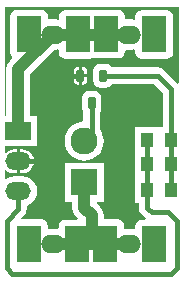
<source format=gtl>
%FSTAX24Y24*%
%MOIN*%
G70*
G01*
G75*
G04 Layer_Physical_Order=1*
G04 Layer_Color=255*
%ADD10R,0.0394X0.0500*%
G04:AMPARAMS|DCode=11|XSize=23.6mil|YSize=39.4mil|CornerRadius=3mil|HoleSize=0mil|Usage=FLASHONLY|Rotation=180.000|XOffset=0mil|YOffset=0mil|HoleType=Round|Shape=RoundedRectangle|*
%AMROUNDEDRECTD11*
21,1,0.0236,0.0335,0,0,180.0*
21,1,0.0177,0.0394,0,0,180.0*
1,1,0.0059,-0.0089,0.0167*
1,1,0.0059,0.0089,0.0167*
1,1,0.0059,0.0089,-0.0167*
1,1,0.0059,-0.0089,-0.0167*
%
%ADD11ROUNDEDRECTD11*%
%ADD12C,0.0400*%
%ADD13C,0.0160*%
%ADD14R,0.0846X0.1211*%
%ADD15O,0.0800X0.0600*%
%ADD16R,0.0902X0.0902*%
%ADD17C,0.0902*%
%ADD18O,0.0850X0.0600*%
%ADD19R,0.0850X0.0600*%
G36*
X040456Y019954D02*
X040409Y019938D01*
X0404Y01995D01*
X039947Y020402D01*
X039888Y020447D01*
X03984Y020467D01*
X03982Y020476D01*
X039747Y020485D01*
X038212D01*
X038178Y020536D01*
X038102Y020586D01*
X038013Y020604D01*
X037835D01*
X037746Y020586D01*
X03767Y020536D01*
X037619Y02046D01*
X037601Y02037D01*
Y020035D01*
X037619Y019946D01*
X03767Y01987D01*
X037746Y019819D01*
X037835Y019801D01*
X038013D01*
X038102Y019819D01*
X038178Y01987D01*
X038212Y01992D01*
X03963D01*
X039918Y019633D01*
Y0185D01*
X039803D01*
D01*
D01*
X039803Y0185D01*
X039797D01*
Y0185D01*
X039003D01*
Y0176D01*
Y0168D01*
Y01595D01*
X039118D01*
Y0158D01*
X039127Y015727D01*
X039135Y015707D01*
X039155Y015659D01*
X0392Y0156D01*
X03935Y01545D01*
X039315Y015404D01*
X0392D01*
X039122Y015388D01*
X039056Y015344D01*
X039012Y015278D01*
X038996Y0152D01*
Y01512D01*
X038958Y015087D01*
X038906Y015094D01*
X038706D01*
X038674Y01509D01*
X038636Y015123D01*
Y01521D01*
X038621Y015288D01*
X038576Y015354D01*
X03851Y015398D01*
X038432Y015414D01*
X037953D01*
Y01555D01*
X037953Y01555D01*
X037953Y01555D01*
Y01555D01*
X037953D01*
X037953Y01555D01*
X03794Y015654D01*
X037899Y015752D01*
X037872Y015788D01*
X037835Y015835D01*
X037835Y015835D01*
X037718Y015953D01*
X037737Y015999D01*
X037951D01*
Y017301D01*
X036649D01*
Y015999D01*
X036897D01*
Y0158D01*
X036897Y0158D01*
X03691Y015696D01*
X036951Y015598D01*
X037015Y015515D01*
X037079Y01545D01*
X03706Y015404D01*
X03665D01*
X036572Y015388D01*
X036506Y015344D01*
X036462Y015278D01*
X036446Y0152D01*
Y01512D01*
X036408Y015087D01*
X036356Y015094D01*
X036156D01*
X036124Y01509D01*
X036086Y015123D01*
Y01521D01*
X036071Y015288D01*
X036026Y015354D01*
X03596Y015398D01*
X035882Y015414D01*
X035228D01*
X035209Y01546D01*
X0353Y01555D01*
X035345Y015609D01*
X035365Y015657D01*
X035373Y015677D01*
X035382Y01575D01*
Y015874D01*
X035477Y015913D01*
X035582Y015993D01*
X035662Y016098D01*
X035712Y016219D01*
X035729Y01635D01*
X035712Y016481D01*
X035662Y016602D01*
X035582Y016707D01*
X035477Y016787D01*
X035356Y016837D01*
X035225Y016854D01*
X034975D01*
X034844Y016837D01*
X034723Y016787D01*
X034689Y016761D01*
X034644Y016783D01*
Y017049D01*
X03469Y017065D01*
X034773Y017001D01*
X034871Y01696D01*
X034975Y016947D01*
X03505D01*
Y01735D01*
Y017753D01*
X034975D01*
X034871Y01774D01*
X034773Y017699D01*
X03469Y017635D01*
X034644Y017651D01*
Y01785D01*
X035725D01*
Y01885D01*
X035503D01*
Y020255D01*
X036323Y021074D01*
X036356D01*
X036418Y021082D01*
X036456Y021049D01*
Y020978D01*
X036471Y0209D01*
X036516Y020833D01*
X036582Y020789D01*
X03666Y020774D01*
X037506D01*
X037576Y020787D01*
X037596Y020783D01*
X038442D01*
X03852Y020799D01*
X038586Y020843D01*
X038631Y020909D01*
X038646Y020987D01*
Y021044D01*
X038684Y021077D01*
X038706Y021074D01*
X038906D01*
X038968Y021082D01*
X039006Y021049D01*
Y020978D01*
X039021Y0209D01*
X039066Y020833D01*
X039132Y020789D01*
X03921Y020774D01*
X040056D01*
X040134Y020789D01*
X0402Y020833D01*
X040245Y0209D01*
X04026Y020978D01*
Y022188D01*
X040245Y022266D01*
X0402Y022332D01*
X040134Y022377D01*
X040056Y022392D01*
X03921D01*
X039132Y022377D01*
X039066Y022332D01*
X039021Y022266D01*
X039006Y022188D01*
Y022107D01*
X038968Y022074D01*
X038906Y022082D01*
X038706D01*
X038684Y022079D01*
X038646Y022112D01*
Y022198D01*
X038631Y022276D01*
X038586Y022342D01*
X03852Y022386D01*
X038442Y022402D01*
X037596D01*
X037526Y022388D01*
X037506Y022392D01*
X03666D01*
X036582Y022377D01*
X036516Y022332D01*
X036471Y022266D01*
X036456Y022188D01*
Y022107D01*
X036418Y022074D01*
X036356Y022082D01*
X036156D01*
X036134Y022079D01*
X036096Y022112D01*
Y022198D01*
X036081Y022276D01*
X036036Y022342D01*
X03597Y022386D01*
X035892Y022402D01*
X035046D01*
X034968Y022386D01*
X034901Y022342D01*
X034857Y022276D01*
X034842Y022198D01*
Y020987D01*
X034857Y020909D01*
X034901Y020843D01*
X034906Y020798D01*
X034815Y020707D01*
X034751Y020623D01*
X03471Y020526D01*
X034697Y020422D01*
X034697Y020422D01*
Y01885D01*
X034644D01*
Y022506D01*
X040456D01*
Y019954D01*
D02*
G37*
%LPC*%
G36*
X035225Y017753D02*
X03515D01*
Y0174D01*
X035622D01*
X035615Y017454D01*
X035574Y017552D01*
X03551Y017635D01*
X035427Y017699D01*
X035329Y01774D01*
X035225Y017753D01*
D02*
G37*
G36*
X037639Y019699D02*
X037461D01*
X037372Y019681D01*
X037296Y01963D01*
X037245Y019554D01*
X037227Y019465D01*
Y01913D01*
X037245Y01904D01*
X037268Y019007D01*
Y018679D01*
X037172Y018669D01*
X03705Y018632D01*
X036937Y018572D01*
X036838Y01849D01*
X036756Y018391D01*
X036696Y018278D01*
X036659Y018156D01*
X036646Y018028D01*
X036659Y0179D01*
X036696Y017778D01*
X036756Y017665D01*
X036838Y017566D01*
X036937Y017484D01*
X03705Y017424D01*
X037172Y017387D01*
X0373Y017374D01*
X037428Y017387D01*
X03755Y017424D01*
X037663Y017484D01*
X037762Y017566D01*
X037844Y017665D01*
X037904Y017778D01*
X037941Y0179D01*
X037954Y018028D01*
X037941Y018156D01*
X037904Y018278D01*
X037844Y018391D01*
X037832Y018405D01*
Y019007D01*
X037855Y01904D01*
X037873Y01913D01*
Y019465D01*
X037855Y019554D01*
X037804Y01963D01*
X037728Y019681D01*
X037639Y019699D01*
D02*
G37*
G36*
X035622Y0173D02*
X03515D01*
Y016947D01*
X035225D01*
X035329Y01696D01*
X035427Y017001D01*
X03551Y017065D01*
X035574Y017148D01*
X035615Y017246D01*
X035622Y0173D01*
D02*
G37*
G36*
X037126Y020153D02*
X036955D01*
Y020035D01*
X036965Y019985D01*
X036994Y019942D01*
X037037Y019913D01*
X037087Y019903D01*
X037126D01*
Y020153D01*
D02*
G37*
G36*
X037265Y020502D02*
X037226D01*
Y020253D01*
X037397D01*
Y02037D01*
X037387Y020421D01*
X037358Y020463D01*
X037315Y020492D01*
X037265Y020502D01*
D02*
G37*
G36*
X037126D02*
X037087D01*
X037037Y020492D01*
X036994Y020463D01*
X036965Y020421D01*
X036955Y02037D01*
Y020253D01*
X037126D01*
Y020502D01*
D02*
G37*
G36*
X037397Y020153D02*
X037226D01*
Y019903D01*
X037265D01*
X037315Y019913D01*
X037358Y019942D01*
X037387Y019985D01*
X037397Y020035D01*
Y020153D01*
D02*
G37*
%LPD*%
D10*
X0394Y01725D02*
D03*
X0402D02*
D03*
X0394Y0164D02*
D03*
X0402D02*
D03*
X0394Y01805D02*
D03*
X0402D02*
D03*
D11*
X037924Y020203D02*
D03*
X037176D02*
D03*
X03755Y019297D02*
D03*
D12*
X036256Y021578D02*
X038806D01*
X0351Y020422D02*
X036256Y021578D01*
Y021554D02*
X03626Y02155D01*
X036256Y021554D02*
Y021578D01*
X03755Y01459D02*
X038806D01*
X036256D02*
X03755D01*
Y01555D01*
X0373Y0158D02*
X03755Y01555D01*
X0373Y0158D02*
Y01665D01*
X0351Y01835D02*
Y020422D01*
D13*
X0349Y0136D02*
X040181D01*
X034719Y013781D02*
X0349Y0136D01*
X034719Y013781D02*
Y015369D01*
X0351Y01575D02*
Y01635D01*
X034719Y015369D02*
X0351Y01575D01*
X0394Y0158D02*
Y0164D01*
Y0158D02*
X03955Y01565D01*
X0401D01*
X040381Y015369D01*
Y0138D02*
Y015369D01*
X040181Y0136D02*
X040381Y0138D01*
X0373Y018028D02*
X03755Y018278D01*
Y019297D01*
X037924Y020203D02*
X039747D01*
X0402Y01975D01*
Y01805D02*
Y01975D01*
Y01725D02*
Y01805D01*
Y0164D02*
Y01725D01*
X0394D02*
Y01805D01*
Y0164D02*
Y01725D01*
X0351Y01735D02*
X03585D01*
X0363Y0178D01*
Y0198D01*
X036703Y020203D01*
X037176D01*
D14*
X038019Y021593D02*
D03*
X039633Y021583D02*
D03*
X039623Y014595D02*
D03*
X038009Y014605D02*
D03*
X035459D02*
D03*
X037073Y014595D02*
D03*
X037083Y021583D02*
D03*
X035469Y021593D02*
D03*
D15*
X038806Y01459D02*
D03*
Y021578D02*
D03*
X036256D02*
D03*
Y01459D02*
D03*
D16*
X0373Y01665D02*
D03*
D17*
Y018028D02*
D03*
D18*
X0351Y01635D02*
D03*
Y01735D02*
D03*
D19*
Y01835D02*
D03*
M02*

</source>
